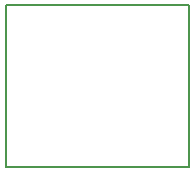
<source format=gbr>
G04 #@! TF.GenerationSoftware,KiCad,Pcbnew,(5.0.0)*
G04 #@! TF.CreationDate,2019-03-20T16:33:26+03:00*
G04 #@! TF.ProjectId,249__25__,3234391A1F323511222E6B696361645F,rev?*
G04 #@! TF.SameCoordinates,Original*
G04 #@! TF.FileFunction,Profile,NP*
%FSLAX46Y46*%
G04 Gerber Fmt 4.6, Leading zero omitted, Abs format (unit mm)*
G04 Created by KiCad (PCBNEW (5.0.0)) date 03/20/19 16:33:26*
%MOMM*%
%LPD*%
G01*
G04 APERTURE LIST*
%ADD10C,0.150000*%
G04 APERTURE END LIST*
D10*
X118250000Y-65500000D02*
X118250000Y-68000000D01*
X133750000Y-65500000D02*
X118250000Y-65500000D01*
X133750000Y-79250000D02*
X133750000Y-65500000D01*
X118250000Y-79250000D02*
X133750000Y-79250000D01*
X118250000Y-68000000D02*
X118250000Y-79250000D01*
M02*

</source>
